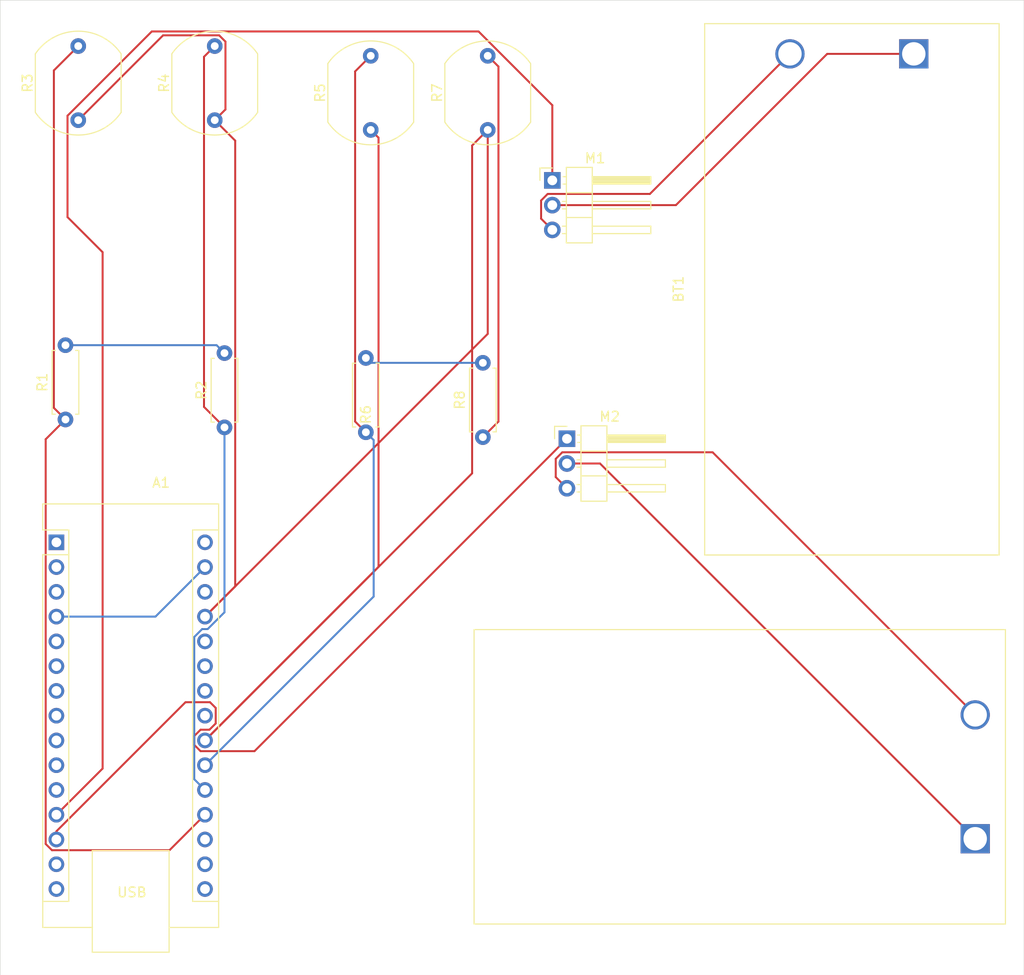
<source format=kicad_pcb>
(kicad_pcb (version 20240108) (generator "pcbnew") (generator_version "8.0")
  (layers (0 "F.Cu" signal) (31 "B.Cu" signal) (34 "B.Paste" user) (35 "F.Paste" user) (36 "B.SilkS" user "B.Silkscreen") (37 "F.SilkS" user "F.Silkscreen") (38 "B.Mask" user) (39 "F.Mask" user) (44 "Edge.Cuts" user))
  (net 0 "")
  (net 1 "Net-(A1-A1)")
  (net 5 "Net-(A1-GND-Pad29)")
  (net 6 "Net-(A1-D10)")
  (net 15 "Net-(A1-A2)")
  (net 17 "Net-(A1-D9)")
  (net 20 "Net-(A1-A0)")
  (net 25 "Net-(BT1--)")
  (net 26 "+5V")
  (net 30 "Net-(BT1-+)")
  (net 31 "Net-(BT2-+)")
  (net 32 "Net-(BT2--)")
  (net 33 "Net-(R1-Pad2)")
  (net 34 "Net-(R6-Pad2)")
  (net 35 "Net-(R7-Pad2)")
  (footprint "Resistor_THT:R_Axial_DIN0207_L6.3mm_D2.5mm_P7.62mm_Horizontal" (layer "F.Cu") (at 89.19 90.5 90)
    (property "Reference" "R1" (at 3.81 -2.37 90) (layer "F.SilkS"))
    (property "Value" "R")
    (fp_line (start 7.08 -1.37) (end 7.08 -1.04) (stroke (width 0.12)) (layer "F.SilkS"))
    (fp_line (start 0.54 -1.37) (end 7.08 -1.37) (stroke (width 0.12)) (layer "F.SilkS"))
    (fp_line (start 0.54 -1.04) (end 0.54 -1.37) (stroke (width 0.12)) (layer "F.SilkS"))
    (fp_line (start 0.54 1.04) (end 0.54 1.37) (stroke (width 0.12)) (layer "F.SilkS"))
    (fp_line (start 7.08 1.37) (end 7.08 1.04) (stroke (width 0.12)) (layer "F.SilkS"))
    (fp_line (start 0.54 1.37) (end 7.08 1.37) (stroke (width 0.12)) (layer "F.SilkS"))
    (pad "1" thru_hole circle (at 0 0 90) (size 1.6 1.6) (drill 0.8) (layers "*.Cu" "*.Mask") (net 20 "Net-(A1-A0)"))
    (pad "2" thru_hole oval (at 7.62 0 90) (size 1.6 1.6) (drill 0.8) (layers "*.Cu" "*.Mask") (net 33 "Net-(R1-Pad2)"))
  )
  (footprint "Connector_PinHeader_2.54mm:PinHeader_1x03_P2.54mm_Horizontal" (layer "F.Cu") (at 139.125 65.975)
    (property "Reference" "M1" (at 4.385 -2.27 0) (layer "F.SilkS"))
    (property "Value" "Motor_Servo")
    (fp_line (start -1.27 -1.27) (end 0 -1.27) (stroke (width 0.12)) (layer "F.SilkS"))
    (fp_line (start -1.27 0) (end -1.27 -1.27) (stroke (width 0.12)) (layer "F.SilkS"))
    (fp_line (start 1.042929 2.16) (end 1.44 2.16) (stroke (width 0.12)) (layer "F.SilkS"))
    (fp_line (start 1.042929 2.92) (end 1.44 2.92) (stroke (width 0.12)) (layer "F.SilkS"))
    (fp_line (start 1.042929 4.7) (end 1.44 4.7) (stroke (width 0.12)) (layer "F.SilkS"))
    (fp_line (start 1.042929 5.46) (end 1.44 5.46) (stroke (width 0.12)) (layer "F.SilkS"))
    (fp_line (start 1.11 -0.38) (end 1.44 -0.38) (stroke (width 0.12)) (layer "F.SilkS"))
    (fp_line (start 1.11 0.38) (end 1.44 0.38) (stroke (width 0.12)) (layer "F.SilkS"))
    (fp_line (start 1.44 -1.33) (end 1.44 6.41) (stroke (width 0.12)) (layer "F.SilkS"))
    (fp_line (start 1.44 1.27) (end 4.1 1.27) (stroke (width 0.12)) (layer "F.SilkS"))
    (fp_line (start 1.44 3.81) (end 4.1 3.81) (stroke (width 0.12)) (layer "F.SilkS"))
    (fp_line (start 1.44 6.41) (end 4.1 6.41) (stroke (width 0.12)) (layer "F.SilkS"))
    (fp_line (start 4.1 -1.33) (end 1.44 -1.33) (stroke (width 0.12)) (layer "F.SilkS"))
    (fp_line (start 4.1 -0.38) (end 10.1 -0.38) (stroke (width 0.12)) (layer "F.SilkS"))
    (fp_line (start 4.1 -0.32) (end 10.1 -0.32) (stroke (width 0.12)) (layer "F.SilkS"))
    (fp_line (start 4.1 -0.2) (end 10.1 -0.2) (stroke (width 0.12)) (layer "F.SilkS"))
    (fp_line (start 4.1 -0.08) (end 10.1 -0.08) (stroke (width 0.12)) (layer "F.SilkS"))
    (fp_line (start 4.1 0.04) (end 10.1 0.04) (stroke (width 0.12)) (layer "F.SilkS"))
    (fp_line (start 4.1 0.16) (end 10.1 0.16) (stroke (width 0.12)) (layer "F.SilkS"))
    (fp_line (start 4.1 0.28) (end 10.1 0.28) (stroke (width 0.12)) (layer "F.SilkS"))
    (fp_line (start 4.1 2.16) (end 10.1 2.16) (stroke (width 0.12)) (layer "F.SilkS"))
    (fp_line (start 4.1 4.7) (end 10.1 4.7) (stroke (width 0.12)) (layer "F.SilkS"))
    (fp_line (start 4.1 6.41) (end 4.1 -1.33) (stroke (width 0.12)) (layer "F.SilkS"))
    (fp_line (start 10.1 -0.38) (end 10.1 0.38) (stroke (width 0.12)) (layer "F.SilkS"))
    (fp_line (start 10.1 0.38) (end 4.1 0.38) (stroke (width 0.12)) (layer "F.SilkS"))
    (fp_line (start 10.1 2.16) (end 10.1 2.92) (stroke (width 0.12)) (layer "F.SilkS"))
    (fp_line (start 10.1 2.92) (end 4.1 2.92) (stroke (width 0.12)) (layer "F.SilkS"))
    (fp_line (start 10.1 4.7) (end 10.1 5.46) (stroke (width 0.12)) (layer "F.SilkS"))
    (fp_line (start 10.1 5.46) (end 4.1 5.46) (stroke (width 0.12)) (layer "F.SilkS"))
    (pad "1" thru_hole rect (at 0 0) (size 1.7 1.7) (drill 1) (layers "*.Cu" "*.Mask") (net 17 "Net-(A1-D9)"))
    (pad "2" thru_hole oval (at 0 2.54) (size 1.7 1.7) (drill 1) (layers "*.Cu" "*.Mask") (net 30 "Net-(BT1-+)"))
    (pad "3" thru_hole oval (at 0 5.08) (size 1.7 1.7) (drill 1) (layers "*.Cu" "*.Mask") (net 25 "Net-(BT1--)"))
  )
  (footprint "Battery:BatteryHolder_Eagle_12BH611-GR" (layer "F.Cu") (at 182.5 133.5)
    (property "Reference" "BT2" (hide yes))
    (property "Value" "Battery")
    (fp_line (start -51.4 -21.45) (end 3.1 -21.45) (stroke (width 0.12)) (layer "F.SilkS"))
    (fp_line (start -51.4 8.75) (end -51.4 -21.45) (stroke (width 0.12)) (layer "F.SilkS"))
    (fp_line (start 3.1 -21.45) (end 3.1 8.75) (stroke (width 0.12)) (layer "F.SilkS"))
    (fp_line (start 3.1 8.75) (end -51.4 8.75) (stroke (width 0.12)) (layer "F.SilkS"))
    (pad "" np_thru_hole circle (at -38.9 -17.45) (size 2.6 2.6) (drill 2.6) (layers "*.Cu" "*.Mask"))
    (pad "" np_thru_hole circle (at -24.15 4.75) (size 2.6 2.6) (drill 2.6) (layers "*.Cu" "*.Mask"))
    (pad "" np_thru_hole circle (at -10.9 -17.45) (size 2.6 2.6) (drill 2.6) (layers "*.Cu" "*.Mask"))
    (pad "1" thru_hole rect (at 0 0) (size 3 3) (drill 2.4) (layers "*.Cu" "*.Mask") (net 31 "Net-(BT2-+)"))
    (pad "2" thru_hole circle (at 0 -12.7) (size 3 3) (drill 2.4) (layers "*.Cu" "*.Mask") (net 32 "Net-(BT2--)"))
  )
  (footprint "OptoDevice:R_LDR_10x8.5mm_P7.6mm_Vertical" (layer "F.Cu") (at 104.5 59.8 90)
    (property "Reference" "R4" (at 3.8 -5.2 90) (layer "F.SilkS"))
    (property "Value" "LDR03")
    (fp_line (start 0.8 -4.4) (end 6.8 -4.4) (stroke (width 0.12)) (layer "F.SilkS"))
    (fp_line (start 0.8 4.4) (end 6.8 4.4) (stroke (width 0.12)) (layer "F.SilkS"))
    (fp_arc (start 6.8 -4.4) (mid 9.125374 -0.019809) (end 6.83265 4.37756) (stroke (width 0.12)) (layer "F.SilkS"))
    (fp_arc (start 0.8 4.4) (mid -1.525374 0.019809) (end 0.76735 -4.37756) (stroke (width 0.12)) (layer "F.SilkS"))
    (pad "1" thru_hole circle (at 0 0 90) (size 1.6 1.6) (drill 0.8) (layers "*.Cu" "*.Mask") (net 26 "+5V"))
    (pad "2" thru_hole circle (at 7.6 0 90) (size 1.6 1.6) (drill 0.8) (layers "*.Cu" "*.Mask") (net 1 "Net-(A1-A1)"))
  )
  (footprint "OptoDevice:R_LDR_10x8.5mm_P7.6mm_Vertical" (layer "F.Cu") (at 132.5 60.8 90)
    (property "Reference" "R7" (at 3.8 -5.2 90) (layer "F.SilkS"))
    (property "Value" "LDR03")
    (fp_line (start 0.8 -4.4) (end 6.8 -4.4) (stroke (width 0.12)) (layer "F.SilkS"))
    (fp_line (start 0.8 4.4) (end 6.8 4.4) (stroke (width 0.12)) (layer "F.SilkS"))
    (fp_arc (start 6.8 -4.4) (mid 9.125374 -0.019809) (end 6.83265 4.37756) (stroke (width 0.12)) (layer "F.SilkS"))
    (fp_arc (start 0.8 4.4) (mid -1.525374 0.019809) (end 0.76735 -4.37756) (stroke (width 0.12)) (layer "F.SilkS"))
    (pad "1" thru_hole circle (at 0 0 90) (size 1.6 1.6) (drill 0.8) (layers "*.Cu" "*.Mask") (net 26 "+5V"))
    (pad "2" thru_hole circle (at 7.6 0 90) (size 1.6 1.6) (drill 0.8) (layers "*.Cu" "*.Mask") (net 35 "Net-(R7-Pad2)"))
  )
  (footprint "Resistor_THT:R_Axial_DIN0207_L6.3mm_D2.5mm_P7.62mm_Horizontal" (layer "F.Cu") (at 120 91.81 90)
    (property "Reference" "R6" (at 1.81 0 90) (layer "F.SilkS"))
    (property "Value" "R")
    (fp_line (start 7.08 -1.37) (end 7.08 -1.04) (stroke (width 0.12)) (layer "F.SilkS"))
    (fp_line (start 0.54 -1.37) (end 7.08 -1.37) (stroke (width 0.12)) (layer "F.SilkS"))
    (fp_line (start 0.54 -1.04) (end 0.54 -1.37) (stroke (width 0.12)) (layer "F.SilkS"))
    (fp_line (start 0.54 1.04) (end 0.54 1.37) (stroke (width 0.12)) (layer "F.SilkS"))
    (fp_line (start 7.08 1.37) (end 7.08 1.04) (stroke (width 0.12)) (layer "F.SilkS"))
    (fp_line (start 0.54 1.37) (end 7.08 1.37) (stroke (width 0.12)) (layer "F.SilkS"))
    (pad "1" thru_hole circle (at 0 0 90) (size 1.6 1.6) (drill 0.8) (layers "*.Cu" "*.Mask") (net 15 "Net-(A1-A2)"))
    (pad "2" thru_hole oval (at 7.62 0 90) (size 1.6 1.6) (drill 0.8) (layers "*.Cu" "*.Mask") (net 34 "Net-(R6-Pad2)"))
  )
  (footprint "Resistor_THT:R_Axial_DIN0207_L6.3mm_D2.5mm_P7.62mm_Horizontal" (layer "F.Cu") (at 132 92.31 90)
    (property "Reference" "R8" (at 3.81 -2.37 90) (layer "F.SilkS"))
    (property "Value" "R")
    (fp_line (start 7.08 -1.37) (end 7.08 -1.04) (stroke (width 0.12)) (layer "F.SilkS"))
    (fp_line (start 0.54 -1.37) (end 7.08 -1.37) (stroke (width 0.12)) (layer "F.SilkS"))
    (fp_line (start 0.54 -1.04) (end 0.54 -1.37) (stroke (width 0.12)) (layer "F.SilkS"))
    (fp_line (start 0.54 1.04) (end 0.54 1.37) (stroke (width 0.12)) (layer "F.SilkS"))
    (fp_line (start 7.08 1.37) (end 7.08 1.04) (stroke (width 0.12)) (layer "F.SilkS"))
    (fp_line (start 0.54 1.37) (end 7.08 1.37) (stroke (width 0.12)) (layer "F.SilkS"))
    (pad "1" thru_hole circle (at 0 0 90) (size 1.6 1.6) (drill 0.8) (layers "*.Cu" "*.Mask") (net 35 "Net-(R7-Pad2)"))
    (pad "2" thru_hole oval (at 7.62 0 90) (size 1.6 1.6) (drill 0.8) (layers "*.Cu" "*.Mask") (net 34 "Net-(R6-Pad2)"))
  )
  (footprint "Resistor_THT:R_Axial_DIN0207_L6.3mm_D2.5mm_P7.62mm_Horizontal" (layer "F.Cu") (at 105.5 91.31 90)
    (property "Reference" "R2" (at 3.81 -2.37 90) (layer "F.SilkS"))
    (property "Value" "R")
    (fp_line (start 7.08 -1.37) (end 7.08 -1.04) (stroke (width 0.12)) (layer "F.SilkS"))
    (fp_line (start 0.54 -1.37) (end 7.08 -1.37) (stroke (width 0.12)) (layer "F.SilkS"))
    (fp_line (start 0.54 -1.04) (end 0.54 -1.37) (stroke (width 0.12)) (layer "F.SilkS"))
    (fp_line (start 0.54 1.04) (end 0.54 1.37) (stroke (width 0.12)) (layer "F.SilkS"))
    (fp_line (start 7.08 1.37) (end 7.08 1.04) (stroke (width 0.12)) (layer "F.SilkS"))
    (fp_line (start 0.54 1.37) (end 7.08 1.37) (stroke (width 0.12)) (layer "F.SilkS"))
    (pad "1" thru_hole circle (at 0 0 90) (size 1.6 1.6) (drill 0.8) (layers "*.Cu" "*.Mask") (net 1 "Net-(A1-A1)"))
    (pad "2" thru_hole oval (at 7.62 0 90) (size 1.6 1.6) (drill 0.8) (layers "*.Cu" "*.Mask") (net 33 "Net-(R1-Pad2)"))
  )
  (footprint "Battery:BatteryHolder_Eagle_12BH611-GR" (layer "F.Cu") (at 176.2 53 90)
    (property "Reference" "BT1" (at -24.13 -24.13 90) (layer "F.SilkS"))
    (property "Value" "Battery_Cell")
    (fp_line (start 3.1 -21.45) (end 3.1 8.75) (stroke (width 0.12)) (layer "F.SilkS"))
    (fp_line (start -51.4 -21.45) (end 3.1 -21.45) (stroke (width 0.12)) (layer "F.SilkS"))
    (fp_line (start 3.1 8.75) (end -51.4 8.75) (stroke (width 0.12)) (layer "F.SilkS"))
    (fp_line (start -51.4 8.75) (end -51.4 -21.45) (stroke (width 0.12)) (layer "F.SilkS"))
    (pad "" np_thru_hole circle (at -38.9 -17.45 90) (size 2.6 2.6) (drill 2.6) (layers "*.Cu" "*.Mask"))
    (pad "" np_thru_hole circle (at -24.15 4.75 90) (size 2.6 2.6) (drill 2.6) (layers "*.Cu" "*.Mask"))
    (pad "" np_thru_hole circle (at -10.9 -17.45 90) (size 2.6 2.6) (drill 2.6) (layers "*.Cu" "*.Mask"))
    (pad "1" thru_hole rect (at 0 0 90) (size 3 3) (drill 2.4) (layers "*.Cu" "*.Mask") (net 30 "Net-(BT1-+)"))
    (pad "2" thru_hole circle (at 0 -12.7 90) (size 3 3) (drill 2.4) (layers "*.Cu" "*.Mask") (net 25 "Net-(BT1--)"))
  )
  (footprint "Module:Arduino_Nano" (layer "F.Cu") (at 88.26 103.1)
    (property "Reference" "A1" (at 10.74 -6.12 0) (layer "F.SilkS"))
    (property "Value" "Arduino_Nano_v2.x")
    (fp_line (start -1.4 -3.94) (end -1.4 -1.27) (stroke (width 0.12)) (layer "F.SilkS"))
    (fp_line (start -1.4 1.27) (end -1.4 39.5) (stroke (width 0.12)) (layer "F.SilkS"))
    (fp_line (start -1.4 39.5) (end 3.68 39.5) (stroke (width 0.12)) (layer "F.SilkS"))
    (fp_line (start 1.27 -1.27) (end -1.4 -1.27) (stroke (width 0.12)) (layer "F.SilkS"))
    (fp_line (start 1.27 1.27) (end -1.4 1.27) (stroke (width 0.12)) (layer "F.SilkS"))
    (fp_line (start 1.27 1.27) (end 1.27 -1.27) (stroke (width 0.12)) (layer "F.SilkS"))
    (fp_line (start 1.27 1.27) (end 1.27 36.83) (stroke (width 0.12)) (layer "F.SilkS"))
    (fp_line (start 1.27 36.83) (end -1.4 36.83) (stroke (width 0.12)) (layer "F.SilkS"))
    (fp_line (start 3.68 31.62) (end 11.56 31.62) (stroke (width 0.12)) (layer "F.SilkS"))
    (fp_line (start 3.68 42.04) (end 3.68 31.62) (stroke (width 0.12)) (layer "F.SilkS"))
    (fp_line (start 11.56 31.62) (end 11.56 42.04) (stroke (width 0.12)) (layer "F.SilkS"))
    (fp_line (start 11.56 42.04) (end 3.68 42.04) (stroke (width 0.12)) (layer "F.SilkS"))
    (fp_line (start 13.97 -1.27) (end 13.97 36.83) (stroke (width 0.12)) (layer "F.SilkS"))
    (fp_line (start 13.97 -1.27) (end 16.64 -1.27) (stroke (width 0.12)) (layer "F.SilkS"))
    (fp_line (start 13.97 36.83) (end 16.64 36.83) (stroke (width 0.12)) (layer "F.SilkS"))
    (fp_line (start 16.64 -3.94) (end -1.4 -3.94) (stroke (width 0.12)) (layer "F.SilkS"))
    (fp_line (start 16.64 39.5) (end 11.56 39.5) (stroke (width 0.12)) (layer "F.SilkS"))
    (fp_line (start 16.64 39.5) (end 16.64 -3.94) (stroke (width 0.12)) (layer "F.SilkS"))
    (fp_text user "USB" (at 7.74 35.9 0) (layer "F.SilkS"))
    (pad "1" thru_hole rect (at 0 0) (size 1.6 1.6) (drill 1) (layers "*.Cu" "*.Mask"))
    (pad "2" thru_hole oval (at 0 2.54) (size 1.6 1.6) (drill 1) (layers "*.Cu" "*.Mask"))
    (pad "3" thru_hole oval (at 0 5.08) (size 1.6 1.6) (drill 1) (layers "*.Cu" "*.Mask"))
    (pad "4" thru_hole oval (at 0 7.62) (size 1.6 1.6) (drill 1) (layers "*.Cu" "*.Mask") (net 5 "Net-(A1-GND-Pad29)"))
    (pad "5" thru_hole oval (at 0 10.16) (size 1.6 1.6) (drill 1) (layers "*.Cu" "*.Mask"))
    (pad "6" thru_hole oval (at 0 12.7) (size 1.6 1.6) (drill 1) (layers "*.Cu" "*.Mask"))
    (pad "7" thru_hole oval (at 0 15.24) (size 1.6 1.6) (drill 1) (layers "*.Cu" "*.Mask"))
    (pad "8" thru_hole oval (at 0 17.78) (size 1.6 1.6) (drill 1) (layers "*.Cu" "*.Mask"))
    (pad "9" thru_hole oval (at 0 20.32) (size 1.6 1.6) (drill 1) (layers "*.Cu" "*.Mask"))
    (pad "10" thru_hole oval (at 0 22.86) (size 1.6 1.6) (drill 1) (layers "*.Cu" "*.Mask"))
    (pad "11" thru_hole oval (at 0 25.4) (size 1.6 1.6) (drill 1) (layers "*.Cu" "*.Mask"))
    (pad "12" thru_hole oval (at 0 27.94) (size 1.6 1.6) (drill 1) (layers "*.Cu" "*.Mask") (net 17 "Net-(A1-D9)"))
    (pad "13" thru_hole oval (at 0 30.48) (size 1.6 1.6) (drill 1) (layers "*.Cu" "*.Mask") (net 6 "Net-(A1-D10)"))
    (pad "14" thru_hole oval (at 0 33.02) (size 1.6 1.6) (drill 1) (layers "*.Cu" "*.Mask"))
    (pad "15" thru_hole oval (at 0 35.56) (size 1.6 1.6) (drill 1) (layers "*.Cu" "*.Mask"))
    (pad "16" thru_hole oval (at 15.24 35.56) (size 1.6 1.6) (drill 1) (layers "*.Cu" "*.Mask"))
    (pad "17" thru_hole oval (at 15.24 33.02) (size 1.6 1.6) (drill 1) (layers "*.Cu" "*.Mask"))
    (pad "18" thru_hole oval (at 15.24 30.48) (size 1.6 1.6) (drill 1) (layers "*.Cu" "*.Mask"))
    (pad "19" thru_hole oval (at 15.24 27.94) (size 1.6 1.6) (drill 1) (layers "*.Cu" "*.Mask") (net 20 "Net-(A1-A0)"))
    (pad "20" thru_hole oval (at 15.24 25.4) (size 1.6 1.6) (drill 1) (layers "*.Cu" "*.Mask") (net 1 "Net-(A1-A1)"))
    (pad "21" thru_hole oval (at 15.24 22.86) (size 1.6 1.6) (drill 1) (layers "*.Cu" "*.Mask") (net 15 "Net-(A1-A2)"))
    (pad "22" thru_hole oval (at 15.24 20.32) (size 1.6 1.6) (drill 1) (layers "*.Cu" "*.Mask") (net 26 "+5V"))
    (pad "23" thru_hole oval (at 15.24 17.78) (size 1.6 1.6) (drill 1) (layers "*.Cu" "*.Mask"))
    (pad "24" thru_hole oval (at 15.24 15.24) (size 1.6 1.6) (drill 1) (layers "*.Cu" "*.Mask"))
    (pad "25" thru_hole oval (at 15.24 12.7) (size 1.6 1.6) (drill 1) (layers "*.Cu" "*.Mask"))
    (pad "26" thru_hole oval (at 15.24 10.16) (size 1.6 1.6) (drill 1) (layers "*.Cu" "*.Mask"))
    (pad "27" thru_hole oval (at 15.24 7.62) (size 1.6 1.6) (drill 1) (layers "*.Cu" "*.Mask") (net 26 "+5V"))
    (pad "28" thru_hole oval (at 15.24 5.08) (size 1.6 1.6) (drill 1) (layers "*.Cu" "*.Mask"))
    (pad "29" thru_hole oval (at 15.24 2.54) (size 1.6 1.6) (drill 1) (layers "*.Cu" "*.Mask") (net 5 "Net-(A1-GND-Pad29)"))
    (pad "30" thru_hole oval (at 15.24 0) (size 1.6 1.6) (drill 1) (layers "*.Cu" "*.Mask"))
  )
  (footprint "Connector_PinHeader_2.54mm:PinHeader_1x03_P2.54mm_Horizontal" (layer "F.Cu") (at 140.625 92.475)
    (property "Reference" "M2" (at 4.385 -2.27 0) (layer "F.SilkS"))
    (property "Value" "Motor_Servo")
    (fp_line (start -1.27 -1.27) (end 0 -1.27) (stroke (width 0.12)) (layer "F.SilkS"))
    (fp_line (start -1.27 0) (end -1.27 -1.27) (stroke (width 0.12)) (layer "F.SilkS"))
    (fp_line (start 1.042929 2.16) (end 1.44 2.16) (stroke (width 0.12)) (layer "F.SilkS"))
    (fp_line (start 1.042929 2.92) (end 1.44 2.92) (stroke (width 0.12)) (layer "F.SilkS"))
    (fp_line (start 1.042929 4.7) (end 1.44 4.7) (stroke (width 0.12)) (layer "F.SilkS"))
    (fp_line (start 1.042929 5.46) (end 1.44 5.46) (stroke (width 0.12)) (layer "F.SilkS"))
    (fp_line (start 1.11 -0.38) (end 1.44 -0.38) (stroke (width 0.12)) (layer "F.SilkS"))
    (fp_line (start 1.11 0.38) (end 1.44 0.38) (stroke (width 0.12)) (layer "F.SilkS"))
    (fp_line (start 1.44 -1.33) (end 1.44 6.41) (stroke (width 0.12)) (layer "F.SilkS"))
    (fp_line (start 1.44 1.27) (end 4.1 1.27) (stroke (width 0.12)) (layer "F.SilkS"))
    (fp_line (start 1.44 3.81) (end 4.1 3.81) (stroke (width 0.12)) (layer "F.SilkS"))
    (fp_line (start 1.44 6.41) (end 4.1 6.41) (stroke (width 0.12)) (layer "F.SilkS"))
    (fp_line (start 4.1 -1.33) (end 1.44 -1.33) (stroke (width 0.12)) (layer "F.SilkS"))
    (fp_line (start 4.1 -0.38) (end 10.1 -0.38) (stroke (width 0.12)) (layer "F.SilkS"))
    (fp_line (start 4.1 -0.32) (end 10.1 -0.32) (stroke (width 0.12)) (layer "F.SilkS"))
    (fp_line (start 4.1 -0.2) (end 10.1 -0.2) (stroke (width 0.12)) (layer "F.SilkS"))
    (fp_line (start 4.1 -0.08) (end 10.1 -0.08) (stroke (width 0.12)) (layer "F.SilkS"))
    (fp_line (start 4.1 0.04) (end 10.1 0.04) (stroke (width 0.12)) (layer "F.SilkS"))
    (fp_line (start 4.1 0.16) (end 10.1 0.16) (stroke (width 0.12)) (layer "F.SilkS"))
    (fp_line (start 4.1 0.28) (end 10.1 0.28) (stroke (width 0.12)) (layer "F.SilkS"))
    (fp_line (start 4.1 2.16) (end 10.1 2.16) (stroke (width 0.12)) (layer "F.SilkS"))
    (fp_line (start 4.1 4.7) (end 10.1 4.7) (stroke (width 0.12)) (layer "F.SilkS"))
    (fp_line (start 4.1 6.41) (end 4.1 -1.33) (stroke (width 0.12)) (layer "F.SilkS"))
    (fp_line (start 10.1 -0.38) (end 10.1 0.38) (stroke (width 0.12)) (layer "F.SilkS"))
    (fp_line (start 10.1 0.38) (end 4.1 0.38) (stroke (width 0.12)) (layer "F.SilkS"))
    (fp_line (start 10.1 2.16) (end 10.1 2.92) (stroke (width 0.12)) (layer "F.SilkS"))
    (fp_line (start 10.1 2.92) (end 4.1 2.92) (stroke (width 0.12)) (layer "F.SilkS"))
    (fp_line (start 10.1 4.7) (end 10.1 5.46) (stroke (width 0.12)) (layer "F.SilkS"))
    (fp_line (start 10.1 5.46) (end 4.1 5.46) (stroke (width 0.12)) (layer "F.SilkS"))
    (pad "1" thru_hole rect (at 0 0) (size 1.7 1.7) (drill 1) (layers "*.Cu" "*.Mask") (net 6 "Net-(A1-D10)"))
    (pad "2" thru_hole oval (at 0 2.54) (size 1.7 1.7) (drill 1) (layers "*.Cu" "*.Mask") (net 31 "Net-(BT2-+)"))
    (pad "3" thru_hole oval (at 0 5.08) (size 1.7 1.7) (drill 1) (layers "*.Cu" "*.Mask") (net 32 "Net-(BT2--)"))
  )
  (footprint "OptoDevice:R_LDR_10x8.5mm_P7.6mm_Vertical" (layer "F.Cu") (at 90.5 59.8 90)
    (property "Reference" "R3" (at 3.8 -5.2 90) (layer "F.SilkS"))
    (property "Value" "LDR03")
    (fp_line (start 0.8 -4.4) (end 6.8 -4.4) (stroke (width 0.12)) (layer "F.SilkS"))
    (fp_line (start 0.8 4.4) (end 6.8 4.4) (stroke (width 0.12)) (layer "F.SilkS"))
    (fp_arc (start 6.8 -4.4) (mid 9.125374 -0.019809) (end 6.83265 4.37756) (stroke (width 0.12)) (layer "F.SilkS"))
    (fp_arc (start 0.8 4.4) (mid -1.525374 0.019809) (end 0.76735 -4.37756) (stroke (width 0.12)) (layer "F.SilkS"))
    (pad "1" thru_hole circle (at 0 0 90) (size 1.6 1.6) (drill 0.8) (layers "*.Cu" "*.Mask") (net 26 "+5V"))
    (pad "2" thru_hole circle (at 7.6 0 90) (size 1.6 1.6) (drill 0.8) (layers "*.Cu" "*.Mask") (net 20 "Net-(A1-A0)"))
  )
  (footprint "OptoDevice:R_LDR_10x8.5mm_P7.6mm_Vertical" (layer "F.Cu") (at 120.5 60.8 90)
    (property "Reference" "R5" (at 3.8 -5.2 90) (layer "F.SilkS"))
    (property "Value" "LDR03")
    (fp_line (start 0.8 -4.4) (end 6.8 -4.4) (stroke (width 0.12)) (layer "F.SilkS"))
    (fp_line (start 0.8 4.4) (end 6.8 4.4) (stroke (width 0.12)) (layer "F.SilkS"))
    (fp_arc (start 6.8 -4.4) (mid 9.125374 -0.019809) (end 6.83265 4.37756) (stroke (width 0.12)) (layer "F.SilkS"))
    (fp_arc (start 0.8 4.4) (mid -1.525374 0.019809) (end 0.76735 -4.37756) (stroke (width 0.12)) (layer "F.SilkS"))
    (pad "1" thru_hole circle (at 0 0 90) (size 1.6 1.6) (drill 0.8) (layers "*.Cu" "*.Mask") (net 26 "+5V"))
    (pad "2" thru_hole circle (at 7.6 0 90) (size 1.6 1.6) (drill 0.8) (layers "*.Cu" "*.Mask") (net 15 "Net-(A1-A2)"))
  )
  (gr_rect (start 82.5 47.5) (end 187.5 147.5) (stroke (width 0.05)) (fill none) (layer "Edge.Cuts"))
  (segment (start 103.4 89.21) (end 105.5 91.31) (width 0.2) (layer "F.Cu") (net 1))
  (segment (start 104.5 52.2) (end 103.4 53.3) (width 0.2) (layer "F.Cu") (net 1))
  (segment (start 103.4 53.3) (end 103.4 89.21) (width 0.2) (layer "F.Cu") (net 1))
  (segment (start 102.4 112.804365) (end 102.4 127.4) (width 0.2) (layer "B.Cu") (net 1))
  (segment (start 103.204365 112) (end 102.4 112.804365) (width 0.2) (layer "B.Cu") (net 1))
  (segment (start 103.775635 112) (end 103.204365 112) (width 0.2) (layer "B.Cu") (net 1))
  (segment (start 105.5 110.275635) (end 103.775635 112) (width 0.2) (layer "B.Cu") (net 1))
  (segment (start 105.5 91.31) (end 105.5 110.275635) (width 0.2) (layer "B.Cu") (net 1))
  (segment (start 102.4 127.4) (end 103.5 128.5) (width 0.2) (layer "B.Cu") (net 1))
  (segment (start 88.26 110.72) (end 98.42 110.72) (width 0.2) (layer "B.Cu") (net 5))
  (segment (start 98.42 110.72) (end 103.5 105.64) (width 0.2) (layer "B.Cu") (net 5))
  (segment (start 103.044365 124.52) (end 102.4 123.875635) (width 0.2) (layer "F.Cu") (net 6))
  (segment (start 108.58 124.52) (end 103.044365 124.52) (width 0.2) (layer "F.Cu") (net 6))
  (segment (start 101.5 119.5) (end 88.26 132.74) (width 0.2) (layer "F.Cu") (net 6))
  (segment (start 104.015635 119.5) (end 101.5 119.5) (width 0.2) (layer "F.Cu") (net 6))
  (segment (start 102.4 123.875635) (end 102.4 122.964365) (width 0.2) (layer "F.Cu") (net 6))
  (segment (start 104.6 120.084365) (end 104.015635 119.5) (width 0.2) (layer "F.Cu") (net 6))
  (segment (start 103.044365 122.32) (end 103.955635 122.32) (width 0.2) (layer "F.Cu") (net 6))
  (segment (start 104.6 121.675635) (end 104.6 120.084365) (width 0.2) (layer "F.Cu") (net 6))
  (segment (start 103.955635 122.32) (end 104.6 121.675635) (width 0.2) (layer "F.Cu") (net 6))
  (segment (start 88.26 132.74) (end 88.26 133.58) (width 0.2) (layer "F.Cu") (net 6))
  (segment (start 102.4 122.964365) (end 103.044365 122.32) (width 0.2) (layer "F.Cu") (net 6))
  (segment (start 140.625 92.475) (end 108.58 124.52) (width 0.2) (layer "F.Cu") (net 6))
  (segment (start 120.5 53.2) (end 118.9 54.8) (width 0.2) (layer "F.Cu") (net 15))
  (segment (start 118.9 54.8) (end 118.9 90.71) (width 0.2) (layer "F.Cu") (net 15))
  (segment (start 118.9 90.71) (end 120 91.81) (width 0.2) (layer "F.Cu") (net 15))
  (segment (start 120 91.81) (end 120.31 91.81) (width 0.2) (layer "F.Cu") (net 15))
  (segment (start 120.799999 92.609999) (end 120.799999 108.660001) (width 0.2) (layer "B.Cu") (net 15))
  (segment (start 120.799999 108.660001) (end 103.5 125.96) (width 0.2) (layer "B.Cu") (net 15))
  (segment (start 120 91.81) (end 120.799999 92.609999) (width 0.2) (layer "B.Cu") (net 15))
  (segment (start 139.125 58.269365) (end 131.555635 50.7) (width 0.2) (layer "F.Cu") (net 17))
  (segment (start 93 73.344365) (end 93 126.3) (width 0.2) (layer "F.Cu") (net 17))
  (segment (start 98.044365 50.7) (end 89.4 59.344365) (width 0.2) (layer "F.Cu") (net 17))
  (segment (start 93 126.3) (end 88.26 131.04) (width 0.2) (layer "F.Cu") (net 17))
  (segment (start 131.555635 50.7) (end 98.044365 50.7) (width 0.2) (layer "F.Cu") (net 17))
  (segment (start 89.4 69.744365) (end 93 73.344365) (width 0.2) (layer "F.Cu") (net 17))
  (segment (start 139.125 65.975) (end 139.125 58.269365) (width 0.2) (layer "F.Cu") (net 17))
  (segment (start 89.4 59.344365) (end 89.4 69.744365) (width 0.2) (layer "F.Cu") (net 17))
  (segment (start 90.5 52.2) (end 88 54.7) (width 0.2) (layer "F.Cu") (net 20))
  (segment (start 88 54.7) (end 88 89.31) (width 0.2) (layer "F.Cu") (net 20))
  (segment (start 89.19 90.5) (end 87.16 92.53) (width 0.2) (layer "F.Cu") (net 20))
  (segment (start 87.16 134.035635) (end 87.804365 134.68) (width 0.2) (layer "F.Cu") (net 20))
  (segment (start 88 89.31) (end 89.19 90.5) (width 0.2) (layer "F.Cu") (net 20))
  (segment (start 99.86 134.68) (end 103.5 131.04) (width 0.2) (layer "F.Cu") (net 20))
  (segment (start 87.16 92.53) (end 87.16 134.035635) (width 0.2) (layer "F.Cu") (net 20))
  (segment (start 87.804365 134.68) (end 99.86 134.68) (width 0.2) (layer "F.Cu") (net 20))
  (segment (start 149.135 67.365) (end 138.648654 67.365) (width 0.2) (layer "F.Cu") (net 25))
  (segment (start 137.975 69.905) (end 139.125 71.055) (width 0.2) (layer "F.Cu") (net 25))
  (segment (start 163.5 53) (end 149.135 67.365) (width 0.2) (layer "F.Cu") (net 25))
  (segment (start 138.648654 67.365) (end 137.975 68.038654) (width 0.2) (layer "F.Cu") (net 25))
  (segment (start 137.975 68.038654) (end 137.975 69.905) (width 0.2) (layer "F.Cu") (net 25))
  (segment (start 90.5 59.8) (end 99.2 51.1) (width 0.2) (layer "F.Cu") (net 26))
  (segment (start 104.955635 51.1) (end 105.6 51.744365) (width 0.2) (layer "F.Cu") (net 26))
  (segment (start 105.6 58.7) (end 104.5 59.8) (width 0.2) (layer "F.Cu") (net 26))
  (segment (start 106.6 61.9) (end 104.5 59.8) (width 0.2) (layer "F.Cu") (net 26))
  (segment (start 132.5 60.8) (end 132.5 81.72) (width 0.2) (layer "F.Cu") (net 26))
  (segment (start 121.299999 61.599999) (end 121.299999 105.620001) (width 0.2) (layer "F.Cu") (net 26))
  (segment (start 105.6 51.744365) (end 105.6 58.7) (width 0.2) (layer "F.Cu") (net 26))
  (segment (start 106.6 107.62) (end 106.6 61.9) (width 0.2) (layer "F.Cu") (net 26))
  (segment (start 120.5 60.8) (end 121.299999 61.599999) (width 0.2) (layer "F.Cu") (net 26))
  (segment (start 132.5 81.72) (end 103.5 110.72) (width 0.2) (layer "F.Cu") (net 26))
  (segment (start 103.5 110.72) (end 106.6 107.62) (width 0.2) (layer "F.Cu") (net 26))
  (segment (start 103.5 123.42) (end 130.9 96.02) (width 0.2) (layer "F.Cu") (net 26))
  (segment (start 99.2 51.1) (end 104.955635 51.1) (width 0.2) (layer "F.Cu") (net 26))
  (segment (start 130.9 62.4) (end 132.5 60.8) (width 0.2) (layer "F.Cu") (net 26))
  (segment (start 130.9 96.02) (end 130.9 62.4) (width 0.2) (layer "F.Cu") (net 26))
  (segment (start 121.299999 105.620001) (end 103.5 123.42) (width 0.2) (layer "F.Cu") (net 26))
  (segment (start 167.316548 53) (end 151.801548 68.515) (width 0.2) (layer "F.Cu") (net 30))
  (segment (start 151.801548 68.515) (end 139.125 68.515) (width 0.2) (layer "F.Cu") (net 30))
  (segment (start 176.2 53) (end 167.316548 53) (width 0.2) (layer "F.Cu") (net 30))
  (segment (start 144.015 95.015) (end 182.5 133.5) (width 0.2) (layer "F.Cu") (net 31))
  (segment (start 140.625 95.015) (end 144.015 95.015) (width 0.2) (layer "F.Cu") (net 31))
  (segment (start 140.148654 93.865) (end 155.565 93.865) (width 0.2) (layer "F.Cu") (net 32))
  (segment (start 139.475 96.405) (end 139.475 94.538654) (width 0.2) (layer "F.Cu") (net 32))
  (segment (start 139.475 94.538654) (end 140.148654 93.865) (width 0.2) (layer "F.Cu") (net 32))
  (segment (start 140.625 97.555) (end 139.475 96.405) (width 0.2) (layer "F.Cu") (net 32))
  (segment (start 155.565 93.865) (end 182.5 120.8) (width 0.2) (layer "F.Cu") (net 32))
  (segment (start 89.19 82.88) (end 104.69 82.88) (width 0.2) (layer "B.Cu") (net 33))
  (segment (start 104.69 82.88) (end 105.5 83.69) (width 0.2) (layer "B.Cu") (net 33))
  (segment (start 132 84.69) (end 120.5 84.69) (width 0.2) (layer "B.Cu") (net 34))
  (segment (start 120.5 84.69) (end 120 84.19) (width 0.2) (layer "B.Cu") (net 34))
  (segment (start 132.5 53.2) (end 133.6 54.3) (width 0.2) (layer "F.Cu") (net 35))
  (segment (start 133.6 90.71) (end 132 92.31) (width 0.2) (layer "F.Cu") (net 35))
  (segment (start 133.6 54.3) (end 133.6 90.71) (width 0.2) (layer "F.Cu") (net 35))
)
</source>
